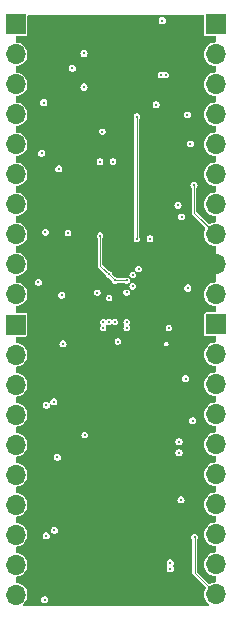
<source format=gbr>
%TF.GenerationSoftware,KiCad,Pcbnew,8.0.1*%
%TF.CreationDate,2024-10-17T14:11:07-05:00*%
%TF.ProjectId,sip-board,7369702d-626f-4617-9264-2e6b69636164,rev?*%
%TF.SameCoordinates,Original*%
%TF.FileFunction,Copper,L5,Inr*%
%TF.FilePolarity,Positive*%
%FSLAX46Y46*%
G04 Gerber Fmt 4.6, Leading zero omitted, Abs format (unit mm)*
G04 Created by KiCad (PCBNEW 8.0.1) date 2024-10-17 14:11:07*
%MOMM*%
%LPD*%
G01*
G04 APERTURE LIST*
%TA.AperFunction,CastellatedPad*%
%ADD10R,1.700000X1.700000*%
%TD*%
%TA.AperFunction,CastellatedPad*%
%ADD11O,1.700000X1.700000*%
%TD*%
%TA.AperFunction,ComponentPad*%
%ADD12R,1.700000X1.700000*%
%TD*%
%TA.AperFunction,ComponentPad*%
%ADD13O,1.700000X1.700000*%
%TD*%
%TA.AperFunction,ViaPad*%
%ADD14C,0.254000*%
%TD*%
%TA.AperFunction,ViaPad*%
%ADD15C,0.300000*%
%TD*%
%TA.AperFunction,Conductor*%
%ADD16C,0.100000*%
%TD*%
G04 APERTURE END LIST*
D10*
%TO.N,A1_5V*%
%TO.C,J5*%
X153970000Y-104800000D03*
D11*
%TO.N,A2_5V*%
X153970000Y-107340000D03*
%TO.N,A3_5V*%
X153970000Y-109880000D03*
%TO.N,A4_5V*%
X153970000Y-112420000D03*
%TO.N,A5_5V*%
X153970000Y-114960000D03*
%TO.N,A6_5V*%
X153970000Y-117500000D03*
%TO.N,A7_5V*%
X153970000Y-120040000D03*
%TO.N,A8_5V*%
X153970000Y-122580000D03*
%TO.N,A9_5V*%
X153970000Y-125120000D03*
%TO.N,A10_5V*%
X153970000Y-127660000D03*
%TD*%
D10*
%TO.N,+5V*%
%TO.C,J3*%
X137000000Y-104840000D03*
D11*
%TO.N,D2_5V*%
X137000000Y-107380000D03*
%TO.N,D7_5V*%
X137000000Y-109920000D03*
%TO.N,D0_5V*%
X137000000Y-112460000D03*
%TO.N,D1_5V*%
X137000000Y-115000000D03*
%TO.N,INT_5V*%
X137000000Y-117540000D03*
%TO.N,NMI_5V*%
X137000000Y-120080000D03*
%TO.N,HALT_5V*%
X137000000Y-122620000D03*
%TO.N,MREQ_5V*%
X137000000Y-125160000D03*
%TO.N,IORQ_5V*%
X137000000Y-127700000D03*
%TD*%
D10*
%TO.N,A11_5V*%
%TO.C,J2*%
X137000000Y-79405000D03*
D11*
%TO.N,A12_5V*%
X137000000Y-81945000D03*
%TO.N,A13_5V*%
X137000000Y-84485000D03*
%TO.N,A14_5V*%
X137000000Y-87025000D03*
%TO.N,A15_5V*%
X137000000Y-89565000D03*
%TO.N,CLK_5V*%
X137000000Y-92105000D03*
%TO.N,D4_5V*%
X137000000Y-94645000D03*
%TO.N,D3_5V*%
X137000000Y-97185000D03*
%TO.N,D5_5V*%
X137000000Y-99725000D03*
%TO.N,D6_5V*%
X137000000Y-102265000D03*
%TD*%
D12*
%TO.N,RD_5V*%
%TO.C,J4*%
X153940000Y-79400000D03*
D13*
%TO.N,WR_5V*%
X153940000Y-81940000D03*
%TO.N,BUSAK_5V*%
X153940000Y-84480000D03*
%TO.N,WAIT_5V*%
X153940000Y-87020000D03*
%TO.N,BUSRQ_5V*%
X153940000Y-89560000D03*
%TO.N,RESET_5V*%
X153940000Y-92100000D03*
%TO.N,M1_5V*%
X153940000Y-94640000D03*
%TO.N,RFSH_5V*%
X153940000Y-97180000D03*
%TO.N,GND*%
X153940000Y-99720000D03*
%TO.N,A0_5V*%
X153940000Y-102260000D03*
%TD*%
D14*
%TO.N,+1V0*%
X146400000Y-102110000D03*
X144920000Y-102590000D03*
X141440000Y-97080000D03*
%TO.N,GND*%
X150400000Y-106500000D03*
X150530000Y-95300000D03*
D15*
X148410000Y-104600000D03*
D14*
X146760000Y-114750000D03*
X141770000Y-101850000D03*
X147160000Y-98930000D03*
X149060000Y-105850000D03*
X142160000Y-98920000D03*
X149040000Y-103850000D03*
D15*
X148690000Y-87960000D03*
D14*
X149240000Y-114750000D03*
X141770000Y-104350000D03*
D15*
X137750000Y-88290000D03*
D14*
X144160000Y-106240000D03*
D15*
X147880000Y-82870000D03*
X148690000Y-89720000D03*
D14*
X149920000Y-111060000D03*
D15*
X152400000Y-83570000D03*
D14*
X144660000Y-98960000D03*
X139970000Y-106470000D03*
X140700000Y-85980000D03*
D15*
X137670000Y-90870000D03*
D14*
X141770000Y-105850000D03*
X146740000Y-94550000D03*
X145160000Y-106240000D03*
X144130000Y-114750000D03*
X143040000Y-94560000D03*
X149020000Y-99350000D03*
X149000000Y-101350000D03*
X146160000Y-106230000D03*
D15*
X151140000Y-86450000D03*
%TO.N,+5V*%
X139220000Y-90330000D03*
X138940000Y-101250000D03*
X150760000Y-94720000D03*
X142800000Y-84710000D03*
X142800000Y-81870000D03*
X150090000Y-125500000D03*
X139590000Y-122720000D03*
X150830000Y-114740000D03*
X139590000Y-111660000D03*
D14*
%TO.N,+1V8*%
X145420000Y-101090000D03*
X146420000Y-101090000D03*
X144160000Y-97300000D03*
X144910000Y-100580000D03*
%TO.N,TDO*%
X147270000Y-87210000D03*
X144420000Y-104600000D03*
X147270000Y-97580000D03*
%TO.N,MOSI*%
X149310000Y-83710000D03*
X145410000Y-104600000D03*
X146920000Y-100610000D03*
X149700000Y-83700000D03*
%TO.N,M2_CONFIG*%
X142860000Y-114180000D03*
X146410000Y-104600000D03*
%TO.N,DIN*%
X147410000Y-100100000D03*
%TO.N,DONE*%
X149980000Y-105100000D03*
X146420000Y-105100000D03*
%TO.N,CS*%
X144900000Y-104610000D03*
X151550000Y-87050000D03*
%TO.N,CCLK*%
X144150000Y-91030000D03*
D15*
%TO.N,RFSH_5V*%
X152110000Y-93040000D03*
%TO.N,A10_5V*%
X152160000Y-122810000D03*
%TO.N,A6_5V*%
X152000000Y-112970000D03*
D14*
%TO.N,+3V3*%
X143920000Y-102120000D03*
X146920000Y-101590000D03*
X145660000Y-106260000D03*
X144410000Y-105100000D03*
X148380000Y-97550000D03*
D15*
X141010000Y-106460000D03*
X139470000Y-128130000D03*
X149410000Y-79090000D03*
X140530000Y-116070000D03*
X140660000Y-91640000D03*
D14*
X145250000Y-91020000D03*
D15*
X140240000Y-111370000D03*
X148900000Y-86210000D03*
X141800000Y-83130000D03*
X151390000Y-109400000D03*
X151060000Y-95700000D03*
X151590000Y-101730000D03*
D14*
X144350000Y-88480000D03*
D15*
X150090000Y-125010000D03*
X151000000Y-119670000D03*
X139520000Y-96990000D03*
X140280000Y-122250000D03*
X140910000Y-102340000D03*
X151800000Y-89520000D03*
X150840000Y-115670000D03*
X139390000Y-86030000D03*
%TD*%
D16*
%TO.N,+1V8*%
X144160000Y-99830000D02*
X144160000Y-97300000D01*
X146420000Y-101090000D02*
X145420000Y-101090000D01*
X145420000Y-101090000D02*
X144910000Y-100580000D01*
X144910000Y-100580000D02*
X144160000Y-99830000D01*
%TO.N,TDO*%
X147270000Y-97580000D02*
X147270000Y-87210000D01*
%TO.N,RFSH_5V*%
X152110000Y-95350000D02*
X153940000Y-97180000D01*
X152110000Y-93040000D02*
X152110000Y-95350000D01*
%TO.N,A10_5V*%
X152160000Y-125850000D02*
X153970000Y-127660000D01*
X152160000Y-122810000D02*
X152160000Y-125850000D01*
%TD*%
%TA.AperFunction,Conductor*%
%TO.N,GND*%
G36*
X152917826Y-78641674D02*
G01*
X152939500Y-78694000D01*
X152939500Y-80264820D01*
X152948233Y-80308722D01*
X152981496Y-80358504D01*
X153031278Y-80391767D01*
X153075180Y-80400500D01*
X153075181Y-80400500D01*
X153926000Y-80400500D01*
X153978326Y-80422174D01*
X154000000Y-80474500D01*
X154000000Y-80861679D01*
X153978326Y-80914005D01*
X153933254Y-80935323D01*
X153743866Y-80953976D01*
X153555268Y-81011187D01*
X153381463Y-81104089D01*
X153229117Y-81229117D01*
X153104089Y-81381463D01*
X153011187Y-81555268D01*
X152953976Y-81743866D01*
X152934659Y-81940000D01*
X152953976Y-82136133D01*
X153011187Y-82324731D01*
X153098776Y-82488597D01*
X153104090Y-82498538D01*
X153229117Y-82650883D01*
X153381462Y-82775910D01*
X153458426Y-82817048D01*
X153555268Y-82868812D01*
X153555270Y-82868812D01*
X153555273Y-82868814D01*
X153743868Y-82926024D01*
X153933254Y-82944676D01*
X153983203Y-82971375D01*
X154000000Y-83018320D01*
X154000000Y-83401679D01*
X153978326Y-83454005D01*
X153933254Y-83475323D01*
X153743866Y-83493976D01*
X153555268Y-83551187D01*
X153381463Y-83644089D01*
X153229117Y-83769117D01*
X153104089Y-83921463D01*
X153011187Y-84095268D01*
X152953976Y-84283866D01*
X152934659Y-84480000D01*
X152953976Y-84676133D01*
X153011187Y-84864731D01*
X153089103Y-85010499D01*
X153104090Y-85038538D01*
X153229117Y-85190883D01*
X153381462Y-85315910D01*
X153458426Y-85357048D01*
X153555268Y-85408812D01*
X153555270Y-85408812D01*
X153555273Y-85408814D01*
X153743868Y-85466024D01*
X153933254Y-85484676D01*
X153983203Y-85511375D01*
X154000000Y-85558320D01*
X154000000Y-85941679D01*
X153978326Y-85994005D01*
X153933254Y-86015323D01*
X153743866Y-86033976D01*
X153555268Y-86091187D01*
X153381463Y-86184089D01*
X153229117Y-86309117D01*
X153104089Y-86461463D01*
X153011187Y-86635268D01*
X152953976Y-86823866D01*
X152934659Y-87020000D01*
X152953976Y-87216133D01*
X153011187Y-87404731D01*
X153098776Y-87568597D01*
X153104090Y-87578538D01*
X153229117Y-87730883D01*
X153381462Y-87855910D01*
X153458426Y-87897048D01*
X153555268Y-87948812D01*
X153555270Y-87948812D01*
X153555273Y-87948814D01*
X153743868Y-88006024D01*
X153933254Y-88024676D01*
X153983203Y-88051375D01*
X154000000Y-88098320D01*
X154000000Y-88481679D01*
X153978326Y-88534005D01*
X153933254Y-88555323D01*
X153743866Y-88573976D01*
X153555268Y-88631187D01*
X153381463Y-88724089D01*
X153229117Y-88849117D01*
X153104089Y-89001463D01*
X153011187Y-89175268D01*
X152953976Y-89363866D01*
X152934659Y-89560000D01*
X152953976Y-89756133D01*
X153011187Y-89944731D01*
X153098776Y-90108597D01*
X153104090Y-90118538D01*
X153229117Y-90270883D01*
X153381462Y-90395910D01*
X153458426Y-90437048D01*
X153555268Y-90488812D01*
X153555270Y-90488812D01*
X153555273Y-90488814D01*
X153743868Y-90546024D01*
X153933254Y-90564676D01*
X153983203Y-90591375D01*
X154000000Y-90638320D01*
X154000000Y-91021679D01*
X153978326Y-91074005D01*
X153933254Y-91095323D01*
X153743866Y-91113976D01*
X153555268Y-91171187D01*
X153381463Y-91264089D01*
X153229117Y-91389117D01*
X153104089Y-91541463D01*
X153011187Y-91715268D01*
X152953976Y-91903866D01*
X152934659Y-92100000D01*
X152953976Y-92296133D01*
X153011187Y-92484731D01*
X153098776Y-92648597D01*
X153104090Y-92658538D01*
X153229117Y-92810883D01*
X153381462Y-92935910D01*
X153458426Y-92977048D01*
X153555268Y-93028812D01*
X153555270Y-93028812D01*
X153555273Y-93028814D01*
X153743868Y-93086024D01*
X153933254Y-93104676D01*
X153983203Y-93131375D01*
X154000000Y-93178320D01*
X154000000Y-93561679D01*
X153978326Y-93614005D01*
X153933254Y-93635323D01*
X153743866Y-93653976D01*
X153555268Y-93711187D01*
X153381463Y-93804089D01*
X153229117Y-93929117D01*
X153104089Y-94081463D01*
X153011187Y-94255268D01*
X152953976Y-94443866D01*
X152934659Y-94640000D01*
X152953976Y-94836133D01*
X153011187Y-95024731D01*
X153098776Y-95188597D01*
X153104090Y-95198538D01*
X153229117Y-95350883D01*
X153381462Y-95475910D01*
X153458426Y-95517048D01*
X153555268Y-95568812D01*
X153555270Y-95568812D01*
X153555273Y-95568814D01*
X153743868Y-95626024D01*
X153933254Y-95644676D01*
X153983203Y-95671375D01*
X154000000Y-95718320D01*
X154000000Y-96101679D01*
X153978326Y-96154005D01*
X153933254Y-96175323D01*
X153743866Y-96193976D01*
X153555268Y-96251187D01*
X153433889Y-96316066D01*
X153377525Y-96321617D01*
X153346680Y-96303130D01*
X152332174Y-95288624D01*
X152310500Y-95236298D01*
X152310500Y-93298543D01*
X152332174Y-93246217D01*
X152336925Y-93241862D01*
X152343748Y-93236138D01*
X152396734Y-93144363D01*
X152415136Y-93040000D01*
X152396734Y-92935637D01*
X152343748Y-92843862D01*
X152343747Y-92843860D01*
X152262570Y-92775745D01*
X152262567Y-92775743D01*
X152162988Y-92739500D01*
X152162986Y-92739500D01*
X152057014Y-92739500D01*
X152057011Y-92739500D01*
X151957432Y-92775743D01*
X151957429Y-92775745D01*
X151876252Y-92843860D01*
X151823265Y-92935637D01*
X151804864Y-93040000D01*
X151823265Y-93144362D01*
X151842871Y-93178320D01*
X151876252Y-93236138D01*
X151883065Y-93241855D01*
X151909218Y-93292091D01*
X151909500Y-93298543D01*
X151909500Y-95389883D01*
X151940022Y-95463571D01*
X151940025Y-95463575D01*
X153063130Y-96586680D01*
X153084804Y-96639006D01*
X153076066Y-96673889D01*
X153011187Y-96795268D01*
X152953976Y-96983866D01*
X152934659Y-97180000D01*
X152953976Y-97376133D01*
X153011187Y-97564731D01*
X153070862Y-97676373D01*
X153104090Y-97738538D01*
X153229117Y-97890883D01*
X153381462Y-98015910D01*
X153458426Y-98057048D01*
X153555268Y-98108812D01*
X153555270Y-98108812D01*
X153555273Y-98108814D01*
X153743868Y-98166024D01*
X153933254Y-98184676D01*
X153983203Y-98211375D01*
X154000000Y-98258320D01*
X154000000Y-101181679D01*
X153978326Y-101234005D01*
X153933254Y-101255323D01*
X153743866Y-101273976D01*
X153555268Y-101331187D01*
X153381463Y-101424089D01*
X153229117Y-101549117D01*
X153104089Y-101701463D01*
X153011187Y-101875268D01*
X152953976Y-102063866D01*
X152934659Y-102260000D01*
X152953976Y-102456133D01*
X153011187Y-102644731D01*
X153078747Y-102771125D01*
X153104090Y-102818538D01*
X153229117Y-102970883D01*
X153381462Y-103095910D01*
X153458426Y-103137048D01*
X153555268Y-103188812D01*
X153555270Y-103188812D01*
X153555273Y-103188814D01*
X153743868Y-103246024D01*
X153933254Y-103264676D01*
X153983203Y-103291375D01*
X154000000Y-103338320D01*
X154000000Y-103725500D01*
X153978326Y-103777826D01*
X153926000Y-103799500D01*
X153105180Y-103799500D01*
X153083229Y-103803866D01*
X153061277Y-103808233D01*
X153011496Y-103841495D01*
X153011495Y-103841496D01*
X152978233Y-103891277D01*
X152978233Y-103891278D01*
X152969500Y-103935180D01*
X152969500Y-105664820D01*
X152978233Y-105708722D01*
X153011496Y-105758504D01*
X153061278Y-105791767D01*
X153105180Y-105800500D01*
X153105181Y-105800500D01*
X153926000Y-105800500D01*
X153978326Y-105822174D01*
X154000000Y-105874500D01*
X154000000Y-106264634D01*
X153978326Y-106316960D01*
X153933254Y-106338278D01*
X153773866Y-106353976D01*
X153585268Y-106411187D01*
X153411463Y-106504089D01*
X153259117Y-106629117D01*
X153134089Y-106781463D01*
X153041187Y-106955268D01*
X152983976Y-107143866D01*
X152964659Y-107340000D01*
X152983976Y-107536133D01*
X153041187Y-107724731D01*
X153128776Y-107888597D01*
X153134090Y-107898538D01*
X153259117Y-108050883D01*
X153411462Y-108175910D01*
X153486297Y-108215910D01*
X153585268Y-108268812D01*
X153585270Y-108268812D01*
X153585273Y-108268814D01*
X153773868Y-108326024D01*
X153933254Y-108341721D01*
X153983203Y-108368420D01*
X154000000Y-108415365D01*
X154000000Y-108804634D01*
X153978326Y-108856960D01*
X153933254Y-108878278D01*
X153773866Y-108893976D01*
X153585268Y-108951187D01*
X153411463Y-109044089D01*
X153259117Y-109169117D01*
X153134089Y-109321463D01*
X153041187Y-109495268D01*
X152983976Y-109683866D01*
X152964659Y-109880000D01*
X152983976Y-110076133D01*
X153041187Y-110264731D01*
X153128776Y-110428597D01*
X153134090Y-110438538D01*
X153259117Y-110590883D01*
X153411462Y-110715910D01*
X153486297Y-110755910D01*
X153585268Y-110808812D01*
X153585270Y-110808812D01*
X153585273Y-110808814D01*
X153773868Y-110866024D01*
X153933254Y-110881721D01*
X153983203Y-110908420D01*
X154000000Y-110955365D01*
X154000000Y-111344634D01*
X153978326Y-111396960D01*
X153933254Y-111418278D01*
X153773866Y-111433976D01*
X153585268Y-111491187D01*
X153411463Y-111584089D01*
X153259117Y-111709117D01*
X153134089Y-111861463D01*
X153041187Y-112035268D01*
X152983976Y-112223866D01*
X152964659Y-112420000D01*
X152983976Y-112616133D01*
X153041187Y-112804731D01*
X153128776Y-112968597D01*
X153134090Y-112978538D01*
X153259117Y-113130883D01*
X153411462Y-113255910D01*
X153486297Y-113295910D01*
X153585268Y-113348812D01*
X153585270Y-113348812D01*
X153585273Y-113348814D01*
X153773868Y-113406024D01*
X153933254Y-113421721D01*
X153983203Y-113448420D01*
X154000000Y-113495365D01*
X154000000Y-113884634D01*
X153978326Y-113936960D01*
X153933254Y-113958278D01*
X153773866Y-113973976D01*
X153585268Y-114031187D01*
X153411463Y-114124089D01*
X153259117Y-114249117D01*
X153134089Y-114401463D01*
X153041187Y-114575268D01*
X152983976Y-114763866D01*
X152964659Y-114960000D01*
X152983976Y-115156133D01*
X153041187Y-115344731D01*
X153110209Y-115473860D01*
X153134090Y-115518538D01*
X153259117Y-115670883D01*
X153411462Y-115795910D01*
X153486297Y-115835910D01*
X153585268Y-115888812D01*
X153585270Y-115888812D01*
X153585273Y-115888814D01*
X153773868Y-115946024D01*
X153933254Y-115961721D01*
X153983203Y-115988420D01*
X154000000Y-116035365D01*
X154000000Y-116424634D01*
X153978326Y-116476960D01*
X153933254Y-116498278D01*
X153773866Y-116513976D01*
X153585268Y-116571187D01*
X153411463Y-116664089D01*
X153259117Y-116789117D01*
X153134089Y-116941463D01*
X153041187Y-117115268D01*
X152983976Y-117303866D01*
X152964659Y-117500000D01*
X152983976Y-117696133D01*
X153041187Y-117884731D01*
X153128776Y-118048597D01*
X153134090Y-118058538D01*
X153259117Y-118210883D01*
X153411462Y-118335910D01*
X153486297Y-118375910D01*
X153585268Y-118428812D01*
X153585270Y-118428812D01*
X153585273Y-118428814D01*
X153773868Y-118486024D01*
X153933254Y-118501721D01*
X153983203Y-118528420D01*
X154000000Y-118575365D01*
X154000000Y-118964634D01*
X153978326Y-119016960D01*
X153933254Y-119038278D01*
X153773866Y-119053976D01*
X153585268Y-119111187D01*
X153411463Y-119204089D01*
X153259117Y-119329117D01*
X153134089Y-119481463D01*
X153041187Y-119655268D01*
X152983976Y-119843866D01*
X152964659Y-120040000D01*
X152983976Y-120236133D01*
X153041187Y-120424731D01*
X153128776Y-120588597D01*
X153134090Y-120598538D01*
X153259117Y-120750883D01*
X153411462Y-120875910D01*
X153486297Y-120915910D01*
X153585268Y-120968812D01*
X153585270Y-120968812D01*
X153585273Y-120968814D01*
X153773868Y-121026024D01*
X153933254Y-121041721D01*
X153983203Y-121068420D01*
X154000000Y-121115365D01*
X154000000Y-121504634D01*
X153978326Y-121556960D01*
X153933254Y-121578278D01*
X153773866Y-121593976D01*
X153585268Y-121651187D01*
X153411463Y-121744089D01*
X153259117Y-121869117D01*
X153134089Y-122021463D01*
X153041187Y-122195268D01*
X152983976Y-122383866D01*
X152964659Y-122580000D01*
X152983976Y-122776133D01*
X153041187Y-122964731D01*
X153128776Y-123128597D01*
X153134090Y-123138538D01*
X153259117Y-123290883D01*
X153411462Y-123415910D01*
X153486297Y-123455910D01*
X153585268Y-123508812D01*
X153585270Y-123508812D01*
X153585273Y-123508814D01*
X153773868Y-123566024D01*
X153933254Y-123581721D01*
X153983203Y-123608420D01*
X154000000Y-123655365D01*
X154000000Y-124044634D01*
X153978326Y-124096960D01*
X153933254Y-124118278D01*
X153773866Y-124133976D01*
X153585268Y-124191187D01*
X153411463Y-124284089D01*
X153259117Y-124409117D01*
X153134089Y-124561463D01*
X153041187Y-124735268D01*
X152983976Y-124923866D01*
X152964659Y-125120000D01*
X152983976Y-125316133D01*
X153041187Y-125504731D01*
X153128776Y-125668597D01*
X153134090Y-125678538D01*
X153259117Y-125830883D01*
X153411462Y-125955910D01*
X153486297Y-125995910D01*
X153585268Y-126048812D01*
X153585270Y-126048812D01*
X153585273Y-126048814D01*
X153773868Y-126106024D01*
X153933254Y-126121721D01*
X153983203Y-126148420D01*
X154000000Y-126195365D01*
X154000000Y-126584634D01*
X153978326Y-126636960D01*
X153933254Y-126658278D01*
X153773866Y-126673976D01*
X153585268Y-126731187D01*
X153463889Y-126796066D01*
X153407525Y-126801617D01*
X153376680Y-126783130D01*
X152382174Y-125788624D01*
X152360500Y-125736298D01*
X152360500Y-123068543D01*
X152382174Y-123016217D01*
X152386925Y-123011862D01*
X152393748Y-123006138D01*
X152446734Y-122914363D01*
X152465136Y-122810000D01*
X152446734Y-122705637D01*
X152393748Y-122613862D01*
X152393747Y-122613860D01*
X152312570Y-122545745D01*
X152312567Y-122545743D01*
X152212988Y-122509500D01*
X152212986Y-122509500D01*
X152107014Y-122509500D01*
X152107011Y-122509500D01*
X152007432Y-122545743D01*
X152007429Y-122545745D01*
X151926252Y-122613860D01*
X151873265Y-122705637D01*
X151854864Y-122810000D01*
X151873265Y-122914362D01*
X151874291Y-122916139D01*
X151926252Y-123006138D01*
X151933065Y-123011855D01*
X151959218Y-123062091D01*
X151959500Y-123068543D01*
X151959500Y-125889883D01*
X151990022Y-125963571D01*
X151990025Y-125963575D01*
X153093130Y-127066680D01*
X153114804Y-127119006D01*
X153106066Y-127153889D01*
X153041187Y-127275268D01*
X152983976Y-127463866D01*
X152964659Y-127660000D01*
X152983976Y-127856133D01*
X153041187Y-128044731D01*
X153086765Y-128130000D01*
X153134090Y-128218538D01*
X153259117Y-128370883D01*
X153402795Y-128488797D01*
X153429494Y-128538747D01*
X153413053Y-128592945D01*
X153363103Y-128619644D01*
X153355850Y-128620000D01*
X137662890Y-128620000D01*
X137610564Y-128598326D01*
X137588890Y-128546000D01*
X137610564Y-128493674D01*
X137615944Y-128488798D01*
X137623724Y-128482412D01*
X137710883Y-128410883D01*
X137835910Y-128258538D01*
X137904615Y-128130000D01*
X139164864Y-128130000D01*
X139183265Y-128234362D01*
X139236252Y-128326139D01*
X139317429Y-128394254D01*
X139317432Y-128394256D01*
X139417011Y-128430499D01*
X139417012Y-128430500D01*
X139417014Y-128430500D01*
X139522988Y-128430500D01*
X139522988Y-128430499D01*
X139622568Y-128394256D01*
X139703748Y-128326138D01*
X139756734Y-128234363D01*
X139775136Y-128130000D01*
X139756734Y-128025637D01*
X139703748Y-127933862D01*
X139703747Y-127933860D01*
X139622570Y-127865745D01*
X139622567Y-127865743D01*
X139522988Y-127829500D01*
X139522986Y-127829500D01*
X139417014Y-127829500D01*
X139417011Y-127829500D01*
X139317432Y-127865743D01*
X139317429Y-127865745D01*
X139236252Y-127933860D01*
X139183265Y-128025637D01*
X139164864Y-128130000D01*
X137904615Y-128130000D01*
X137928814Y-128084727D01*
X137986024Y-127896132D01*
X138005341Y-127700000D01*
X137986024Y-127503868D01*
X137928814Y-127315273D01*
X137928812Y-127315270D01*
X137928812Y-127315268D01*
X137842552Y-127153889D01*
X137835910Y-127141462D01*
X137710883Y-126989117D01*
X137558538Y-126864090D01*
X137548597Y-126858776D01*
X137384731Y-126771187D01*
X137196133Y-126713976D01*
X137132513Y-126707710D01*
X137066746Y-126701232D01*
X137016797Y-126674534D01*
X137000000Y-126627589D01*
X137000000Y-126232410D01*
X137021674Y-126180084D01*
X137066744Y-126158767D01*
X137196132Y-126146024D01*
X137384727Y-126088814D01*
X137558538Y-125995910D01*
X137710883Y-125870883D01*
X137835910Y-125718538D01*
X137928814Y-125544727D01*
X137942382Y-125500000D01*
X149784864Y-125500000D01*
X149803265Y-125604362D01*
X149856252Y-125696139D01*
X149937429Y-125764254D01*
X149937432Y-125764256D01*
X150037011Y-125800499D01*
X150037012Y-125800500D01*
X150037014Y-125800500D01*
X150142988Y-125800500D01*
X150142988Y-125800499D01*
X150242568Y-125764256D01*
X150323748Y-125696138D01*
X150376734Y-125604363D01*
X150395136Y-125500000D01*
X150376734Y-125395637D01*
X150323748Y-125303862D01*
X150322663Y-125302569D01*
X150322255Y-125301276D01*
X150320511Y-125298255D01*
X150321180Y-125297868D01*
X150305629Y-125248553D01*
X150320805Y-125211915D01*
X150320511Y-125211745D01*
X150321802Y-125209507D01*
X150322663Y-125207431D01*
X150323745Y-125206140D01*
X150323748Y-125206138D01*
X150376734Y-125114363D01*
X150395136Y-125010000D01*
X150376734Y-124905637D01*
X150323748Y-124813862D01*
X150323747Y-124813860D01*
X150242570Y-124745745D01*
X150242567Y-124745743D01*
X150142988Y-124709500D01*
X150142986Y-124709500D01*
X150037014Y-124709500D01*
X150037011Y-124709500D01*
X149937432Y-124745743D01*
X149937429Y-124745745D01*
X149856252Y-124813860D01*
X149803265Y-124905637D01*
X149784864Y-125010000D01*
X149803265Y-125114362D01*
X149856253Y-125206140D01*
X149857341Y-125207437D01*
X149857748Y-125208731D01*
X149859489Y-125211745D01*
X149858820Y-125212130D01*
X149874369Y-125261453D01*
X149859195Y-125298085D01*
X149859489Y-125298255D01*
X149858202Y-125300483D01*
X149857341Y-125302563D01*
X149856253Y-125303859D01*
X149803265Y-125395637D01*
X149784864Y-125500000D01*
X137942382Y-125500000D01*
X137986024Y-125356132D01*
X138005341Y-125160000D01*
X137986024Y-124963868D01*
X137928814Y-124775273D01*
X137928812Y-124775270D01*
X137928812Y-124775268D01*
X137877048Y-124678426D01*
X137835910Y-124601462D01*
X137710883Y-124449117D01*
X137558538Y-124324090D01*
X137548597Y-124318776D01*
X137384731Y-124231187D01*
X137196133Y-124173976D01*
X137132513Y-124167710D01*
X137066746Y-124161232D01*
X137016797Y-124134534D01*
X137000000Y-124087589D01*
X137000000Y-123692410D01*
X137021674Y-123640084D01*
X137066744Y-123618767D01*
X137196132Y-123606024D01*
X137384727Y-123548814D01*
X137558538Y-123455910D01*
X137710883Y-123330883D01*
X137835910Y-123178538D01*
X137920384Y-123020499D01*
X137928812Y-123004731D01*
X137928812Y-123004730D01*
X137928814Y-123004727D01*
X137986024Y-122816132D01*
X137995492Y-122720000D01*
X139284864Y-122720000D01*
X139303265Y-122824362D01*
X139356252Y-122916139D01*
X139437429Y-122984254D01*
X139437432Y-122984256D01*
X139537011Y-123020499D01*
X139537012Y-123020500D01*
X139537014Y-123020500D01*
X139642988Y-123020500D01*
X139642988Y-123020499D01*
X139742568Y-122984256D01*
X139823748Y-122916138D01*
X139876734Y-122824363D01*
X139895136Y-122720000D01*
X139876734Y-122615637D01*
X139823748Y-122523862D01*
X139823747Y-122523860D01*
X139742570Y-122455745D01*
X139742567Y-122455743D01*
X139642988Y-122419500D01*
X139642986Y-122419500D01*
X139537014Y-122419500D01*
X139537011Y-122419500D01*
X139437432Y-122455743D01*
X139437429Y-122455745D01*
X139356252Y-122523860D01*
X139303265Y-122615637D01*
X139284864Y-122720000D01*
X137995492Y-122720000D01*
X138005341Y-122620000D01*
X137986024Y-122423868D01*
X137933281Y-122250000D01*
X139974864Y-122250000D01*
X139993265Y-122354362D01*
X140046252Y-122446139D01*
X140127429Y-122514254D01*
X140127432Y-122514256D01*
X140227011Y-122550499D01*
X140227012Y-122550500D01*
X140227014Y-122550500D01*
X140332988Y-122550500D01*
X140332988Y-122550499D01*
X140432568Y-122514256D01*
X140513748Y-122446138D01*
X140566734Y-122354363D01*
X140585136Y-122250000D01*
X140566734Y-122145637D01*
X140513747Y-122053860D01*
X140432570Y-121985745D01*
X140432567Y-121985743D01*
X140332988Y-121949500D01*
X140332986Y-121949500D01*
X140227014Y-121949500D01*
X140227011Y-121949500D01*
X140127432Y-121985743D01*
X140127429Y-121985745D01*
X140046252Y-122053860D01*
X139993265Y-122145637D01*
X139974864Y-122250000D01*
X137933281Y-122250000D01*
X137928814Y-122235273D01*
X137928812Y-122235270D01*
X137928812Y-122235268D01*
X137877048Y-122138426D01*
X137835910Y-122061462D01*
X137710883Y-121909117D01*
X137558538Y-121784090D01*
X137548597Y-121778776D01*
X137384731Y-121691187D01*
X137196133Y-121633976D01*
X137132513Y-121627710D01*
X137066746Y-121621232D01*
X137016797Y-121594534D01*
X137000000Y-121547589D01*
X137000000Y-121152410D01*
X137021674Y-121100084D01*
X137066744Y-121078767D01*
X137196132Y-121066024D01*
X137384727Y-121008814D01*
X137558538Y-120915910D01*
X137710883Y-120790883D01*
X137835910Y-120638538D01*
X137928814Y-120464727D01*
X137986024Y-120276132D01*
X138005341Y-120080000D01*
X137986024Y-119883868D01*
X137928814Y-119695273D01*
X137928812Y-119695270D01*
X137928812Y-119695268D01*
X137915306Y-119670000D01*
X150694864Y-119670000D01*
X150713265Y-119774362D01*
X150766252Y-119866139D01*
X150847429Y-119934254D01*
X150847432Y-119934256D01*
X150947011Y-119970499D01*
X150947012Y-119970500D01*
X150947014Y-119970500D01*
X151052988Y-119970500D01*
X151052988Y-119970499D01*
X151152568Y-119934256D01*
X151233748Y-119866138D01*
X151286734Y-119774363D01*
X151305136Y-119670000D01*
X151286734Y-119565637D01*
X151261230Y-119521462D01*
X151233747Y-119473860D01*
X151152570Y-119405745D01*
X151152567Y-119405743D01*
X151052988Y-119369500D01*
X151052986Y-119369500D01*
X150947014Y-119369500D01*
X150947011Y-119369500D01*
X150847432Y-119405743D01*
X150847429Y-119405745D01*
X150766252Y-119473860D01*
X150713265Y-119565637D01*
X150694864Y-119670000D01*
X137915306Y-119670000D01*
X137859522Y-119565637D01*
X137835910Y-119521462D01*
X137710883Y-119369117D01*
X137558538Y-119244090D01*
X137548597Y-119238776D01*
X137384731Y-119151187D01*
X137196133Y-119093976D01*
X137132513Y-119087710D01*
X137066746Y-119081232D01*
X137016797Y-119054534D01*
X137000000Y-119007589D01*
X137000000Y-118612410D01*
X137021674Y-118560084D01*
X137066744Y-118538767D01*
X137196132Y-118526024D01*
X137384727Y-118468814D01*
X137558538Y-118375910D01*
X137710883Y-118250883D01*
X137835910Y-118098538D01*
X137928814Y-117924727D01*
X137986024Y-117736132D01*
X138005341Y-117540000D01*
X137986024Y-117343868D01*
X137928814Y-117155273D01*
X137928812Y-117155270D01*
X137928812Y-117155268D01*
X137877048Y-117058426D01*
X137835910Y-116981462D01*
X137710883Y-116829117D01*
X137558538Y-116704090D01*
X137548597Y-116698776D01*
X137384731Y-116611187D01*
X137196133Y-116553976D01*
X137132513Y-116547710D01*
X137066746Y-116541232D01*
X137016797Y-116514534D01*
X137000000Y-116467589D01*
X137000000Y-116072410D01*
X137000998Y-116070000D01*
X140224864Y-116070000D01*
X140243265Y-116174362D01*
X140296252Y-116266139D01*
X140377429Y-116334254D01*
X140377432Y-116334256D01*
X140477011Y-116370499D01*
X140477012Y-116370500D01*
X140477014Y-116370500D01*
X140582988Y-116370500D01*
X140582988Y-116370499D01*
X140682568Y-116334256D01*
X140763748Y-116266138D01*
X140816734Y-116174363D01*
X140835136Y-116070000D01*
X140816734Y-115965637D01*
X140814473Y-115961721D01*
X140763747Y-115873860D01*
X140682570Y-115805745D01*
X140682567Y-115805743D01*
X140582988Y-115769500D01*
X140582986Y-115769500D01*
X140477014Y-115769500D01*
X140477011Y-115769500D01*
X140377432Y-115805743D01*
X140377429Y-115805745D01*
X140296252Y-115873860D01*
X140243265Y-115965637D01*
X140224864Y-116070000D01*
X137000998Y-116070000D01*
X137021674Y-116020084D01*
X137066744Y-115998767D01*
X137196132Y-115986024D01*
X137384727Y-115928814D01*
X137558538Y-115835910D01*
X137710883Y-115710883D01*
X137744435Y-115670000D01*
X150534864Y-115670000D01*
X150553265Y-115774362D01*
X150606252Y-115866139D01*
X150687429Y-115934254D01*
X150687432Y-115934256D01*
X150787011Y-115970499D01*
X150787012Y-115970500D01*
X150787014Y-115970500D01*
X150892988Y-115970500D01*
X150892988Y-115970499D01*
X150992568Y-115934256D01*
X151073748Y-115866138D01*
X151126734Y-115774363D01*
X151145136Y-115670000D01*
X151126734Y-115565637D01*
X151073748Y-115473862D01*
X151073747Y-115473860D01*
X150992570Y-115405745D01*
X150992567Y-115405743D01*
X150892988Y-115369500D01*
X150892986Y-115369500D01*
X150787014Y-115369500D01*
X150787011Y-115369500D01*
X150687432Y-115405743D01*
X150687429Y-115405745D01*
X150606252Y-115473860D01*
X150553265Y-115565637D01*
X150534864Y-115670000D01*
X137744435Y-115670000D01*
X137835910Y-115558538D01*
X137928814Y-115384727D01*
X137986024Y-115196132D01*
X138005341Y-115000000D01*
X137986024Y-114803868D01*
X137966650Y-114740000D01*
X150524864Y-114740000D01*
X150543265Y-114844362D01*
X150596252Y-114936139D01*
X150677429Y-115004254D01*
X150677432Y-115004256D01*
X150777011Y-115040499D01*
X150777012Y-115040500D01*
X150777014Y-115040500D01*
X150882988Y-115040500D01*
X150882988Y-115040499D01*
X150982568Y-115004256D01*
X151063748Y-114936138D01*
X151116734Y-114844363D01*
X151135136Y-114740000D01*
X151116734Y-114635637D01*
X151063748Y-114543862D01*
X151063747Y-114543860D01*
X150982570Y-114475745D01*
X150982567Y-114475743D01*
X150882988Y-114439500D01*
X150882986Y-114439500D01*
X150777014Y-114439500D01*
X150777011Y-114439500D01*
X150677432Y-114475743D01*
X150677429Y-114475745D01*
X150596252Y-114543860D01*
X150543265Y-114635637D01*
X150524864Y-114740000D01*
X137966650Y-114740000D01*
X137928814Y-114615273D01*
X137928812Y-114615270D01*
X137928812Y-114615268D01*
X137877048Y-114518426D01*
X137835910Y-114441462D01*
X137710883Y-114289117D01*
X137577924Y-114180000D01*
X142578219Y-114180000D01*
X142595211Y-114276373D01*
X142595211Y-114276374D01*
X142595212Y-114276375D01*
X142644143Y-114361125D01*
X142719109Y-114424030D01*
X142811067Y-114457499D01*
X142811067Y-114457500D01*
X142811069Y-114457500D01*
X142908933Y-114457500D01*
X142908932Y-114457499D01*
X143000891Y-114424030D01*
X143075857Y-114361125D01*
X143124788Y-114276375D01*
X143141781Y-114180000D01*
X143124788Y-114083625D01*
X143075857Y-113998875D01*
X143000891Y-113935970D01*
X143000890Y-113935969D01*
X142908932Y-113902500D01*
X142908931Y-113902500D01*
X142811069Y-113902500D01*
X142811067Y-113902500D01*
X142719109Y-113935970D01*
X142719107Y-113935971D01*
X142644143Y-113998873D01*
X142595211Y-114083626D01*
X142578219Y-114180000D01*
X137577924Y-114180000D01*
X137558538Y-114164090D01*
X137548597Y-114158776D01*
X137384731Y-114071187D01*
X137196133Y-114013976D01*
X137132513Y-114007710D01*
X137066746Y-114001232D01*
X137016797Y-113974534D01*
X137000000Y-113927589D01*
X137000000Y-113532410D01*
X137021674Y-113480084D01*
X137066744Y-113458767D01*
X137196132Y-113446024D01*
X137384727Y-113388814D01*
X137558538Y-113295910D01*
X137710883Y-113170883D01*
X137835910Y-113018538D01*
X137861854Y-112970000D01*
X151694864Y-112970000D01*
X151713265Y-113074362D01*
X151766252Y-113166139D01*
X151847429Y-113234254D01*
X151847432Y-113234256D01*
X151947011Y-113270499D01*
X151947012Y-113270500D01*
X151947014Y-113270500D01*
X152052988Y-113270500D01*
X152052988Y-113270499D01*
X152152568Y-113234256D01*
X152233748Y-113166138D01*
X152286734Y-113074363D01*
X152305136Y-112970000D01*
X152286734Y-112865637D01*
X152233748Y-112773862D01*
X152233747Y-112773860D01*
X152152570Y-112705745D01*
X152152567Y-112705743D01*
X152052988Y-112669500D01*
X152052986Y-112669500D01*
X151947014Y-112669500D01*
X151947011Y-112669500D01*
X151847432Y-112705743D01*
X151847429Y-112705745D01*
X151766252Y-112773860D01*
X151713265Y-112865637D01*
X151694864Y-112970000D01*
X137861854Y-112970000D01*
X137928814Y-112844727D01*
X137986024Y-112656132D01*
X138005341Y-112460000D01*
X137986024Y-112263868D01*
X137928814Y-112075273D01*
X137928812Y-112075270D01*
X137928812Y-112075268D01*
X137867466Y-111960499D01*
X137835910Y-111901462D01*
X137710883Y-111749117D01*
X137602294Y-111660000D01*
X139284864Y-111660000D01*
X139303265Y-111764362D01*
X139356252Y-111856139D01*
X139437429Y-111924254D01*
X139437432Y-111924256D01*
X139537011Y-111960499D01*
X139537012Y-111960500D01*
X139537014Y-111960500D01*
X139642988Y-111960500D01*
X139642988Y-111960499D01*
X139742568Y-111924256D01*
X139823748Y-111856138D01*
X139876734Y-111764363D01*
X139895136Y-111660000D01*
X139891721Y-111640635D01*
X139903979Y-111585342D01*
X139951746Y-111554910D01*
X140007041Y-111567168D01*
X140012163Y-111571099D01*
X140087429Y-111634254D01*
X140087432Y-111634256D01*
X140187011Y-111670499D01*
X140187012Y-111670500D01*
X140187014Y-111670500D01*
X140292988Y-111670500D01*
X140292988Y-111670499D01*
X140392568Y-111634256D01*
X140467836Y-111571099D01*
X140473747Y-111566139D01*
X140473748Y-111566138D01*
X140526734Y-111474363D01*
X140545136Y-111370000D01*
X140526734Y-111265637D01*
X140473748Y-111173862D01*
X140473747Y-111173860D01*
X140392570Y-111105745D01*
X140392567Y-111105743D01*
X140292988Y-111069500D01*
X140292986Y-111069500D01*
X140187014Y-111069500D01*
X140187011Y-111069500D01*
X140087432Y-111105743D01*
X140087429Y-111105745D01*
X140006252Y-111173860D01*
X139953265Y-111265637D01*
X139934864Y-111370000D01*
X139938278Y-111389364D01*
X139926018Y-111444659D01*
X139878251Y-111475089D01*
X139822956Y-111462829D01*
X139817836Y-111458900D01*
X139742570Y-111395745D01*
X139742567Y-111395743D01*
X139642988Y-111359500D01*
X139642986Y-111359500D01*
X139537014Y-111359500D01*
X139537011Y-111359500D01*
X139437432Y-111395743D01*
X139437429Y-111395745D01*
X139356252Y-111463860D01*
X139303265Y-111555637D01*
X139284864Y-111660000D01*
X137602294Y-111660000D01*
X137558538Y-111624090D01*
X137486046Y-111585342D01*
X137384731Y-111531187D01*
X137196133Y-111473976D01*
X137093441Y-111463862D01*
X137066746Y-111461232D01*
X137016797Y-111434534D01*
X137000000Y-111387589D01*
X137000000Y-110992410D01*
X137021674Y-110940084D01*
X137066744Y-110918767D01*
X137196132Y-110906024D01*
X137384727Y-110848814D01*
X137558538Y-110755910D01*
X137710883Y-110630883D01*
X137835910Y-110478538D01*
X137928814Y-110304727D01*
X137986024Y-110116132D01*
X138005341Y-109920000D01*
X137986024Y-109723868D01*
X137928814Y-109535273D01*
X137928812Y-109535270D01*
X137928812Y-109535268D01*
X137856509Y-109400000D01*
X151084864Y-109400000D01*
X151103265Y-109504362D01*
X151156252Y-109596139D01*
X151237429Y-109664254D01*
X151237432Y-109664256D01*
X151337011Y-109700499D01*
X151337012Y-109700500D01*
X151337014Y-109700500D01*
X151442988Y-109700500D01*
X151442988Y-109700499D01*
X151542568Y-109664256D01*
X151623748Y-109596138D01*
X151676734Y-109504363D01*
X151695136Y-109400000D01*
X151676734Y-109295637D01*
X151623748Y-109203862D01*
X151623747Y-109203860D01*
X151542570Y-109135745D01*
X151542567Y-109135743D01*
X151442988Y-109099500D01*
X151442986Y-109099500D01*
X151337014Y-109099500D01*
X151337011Y-109099500D01*
X151237432Y-109135743D01*
X151237429Y-109135745D01*
X151156252Y-109203860D01*
X151103265Y-109295637D01*
X151084864Y-109400000D01*
X137856509Y-109400000D01*
X137835910Y-109361462D01*
X137710883Y-109209117D01*
X137558538Y-109084090D01*
X137548597Y-109078776D01*
X137384731Y-108991187D01*
X137196133Y-108933976D01*
X137132513Y-108927710D01*
X137066746Y-108921232D01*
X137016797Y-108894534D01*
X137000000Y-108847589D01*
X137000000Y-108452410D01*
X137021674Y-108400084D01*
X137066744Y-108378767D01*
X137196132Y-108366024D01*
X137384727Y-108308814D01*
X137558538Y-108215910D01*
X137710883Y-108090883D01*
X137835910Y-107938538D01*
X137928814Y-107764727D01*
X137986024Y-107576132D01*
X138005341Y-107380000D01*
X137986024Y-107183868D01*
X137928814Y-106995273D01*
X137928812Y-106995270D01*
X137928812Y-106995268D01*
X137877048Y-106898426D01*
X137835910Y-106821462D01*
X137710883Y-106669117D01*
X137558538Y-106544090D01*
X137546207Y-106537499D01*
X137401219Y-106460000D01*
X140704864Y-106460000D01*
X140723265Y-106564362D01*
X140776252Y-106656139D01*
X140857429Y-106724254D01*
X140857432Y-106724256D01*
X140957011Y-106760499D01*
X140957012Y-106760500D01*
X140957014Y-106760500D01*
X141062988Y-106760500D01*
X141062988Y-106760499D01*
X141162568Y-106724256D01*
X141243748Y-106656138D01*
X141296734Y-106564363D01*
X141315136Y-106460000D01*
X141296734Y-106355637D01*
X141243748Y-106263862D01*
X141243747Y-106263860D01*
X141239147Y-106260000D01*
X145378219Y-106260000D01*
X145395211Y-106356373D01*
X145426857Y-106411186D01*
X145444143Y-106441125D01*
X145519109Y-106504030D01*
X145611067Y-106537499D01*
X145611067Y-106537500D01*
X145611069Y-106537500D01*
X145708933Y-106537500D01*
X145708932Y-106537499D01*
X145800891Y-106504030D01*
X145841446Y-106470000D01*
X149554344Y-106470000D01*
X149574710Y-106559231D01*
X149631776Y-106630788D01*
X149714237Y-106670500D01*
X149714238Y-106670500D01*
X149805762Y-106670500D01*
X149805763Y-106670500D01*
X149888224Y-106630788D01*
X149945290Y-106559231D01*
X149965656Y-106470000D01*
X149945290Y-106380769D01*
X149888224Y-106309212D01*
X149805763Y-106269500D01*
X149714237Y-106269500D01*
X149673006Y-106289356D01*
X149631775Y-106309212D01*
X149574711Y-106380767D01*
X149574710Y-106380768D01*
X149574710Y-106380769D01*
X149554344Y-106470000D01*
X145841446Y-106470000D01*
X145875857Y-106441125D01*
X145924788Y-106356375D01*
X145941781Y-106260000D01*
X145924788Y-106163625D01*
X145875857Y-106078875D01*
X145800891Y-106015970D01*
X145800890Y-106015969D01*
X145708932Y-105982500D01*
X145708931Y-105982500D01*
X145611069Y-105982500D01*
X145611067Y-105982500D01*
X145519109Y-106015970D01*
X145519107Y-106015971D01*
X145444143Y-106078873D01*
X145395211Y-106163626D01*
X145378219Y-106260000D01*
X141239147Y-106260000D01*
X141162570Y-106195745D01*
X141162567Y-106195743D01*
X141062988Y-106159500D01*
X141062986Y-106159500D01*
X140957014Y-106159500D01*
X140957011Y-106159500D01*
X140857432Y-106195743D01*
X140857429Y-106195745D01*
X140776252Y-106263860D01*
X140723265Y-106355637D01*
X140704864Y-106460000D01*
X137401219Y-106460000D01*
X137384731Y-106451187D01*
X137196133Y-106393976D01*
X137132513Y-106387710D01*
X137066746Y-106381232D01*
X137016797Y-106354534D01*
X137000000Y-106307589D01*
X137000000Y-105914500D01*
X137021674Y-105862174D01*
X137074000Y-105840500D01*
X137864819Y-105840500D01*
X137864820Y-105840500D01*
X137908722Y-105831767D01*
X137958504Y-105798504D01*
X137991767Y-105748722D01*
X138000500Y-105704820D01*
X138000500Y-105100000D01*
X144128219Y-105100000D01*
X144145211Y-105196373D01*
X144145211Y-105196374D01*
X144145212Y-105196375D01*
X144194143Y-105281125D01*
X144269109Y-105344030D01*
X144361067Y-105377499D01*
X144361067Y-105377500D01*
X144361069Y-105377500D01*
X144458933Y-105377500D01*
X144458932Y-105377499D01*
X144550891Y-105344030D01*
X144625857Y-105281125D01*
X144674788Y-105196375D01*
X144691781Y-105100000D01*
X144674788Y-105003625D01*
X144637859Y-104939664D01*
X144630467Y-104883513D01*
X144664946Y-104838579D01*
X144721098Y-104831186D01*
X144749512Y-104845978D01*
X144759106Y-104854028D01*
X144759109Y-104854030D01*
X144851067Y-104887499D01*
X144851067Y-104887500D01*
X144851069Y-104887500D01*
X144948933Y-104887500D01*
X144948932Y-104887499D01*
X145040891Y-104854030D01*
X145113391Y-104793193D01*
X145167406Y-104776161D01*
X145208524Y-104793192D01*
X145269109Y-104844030D01*
X145361067Y-104877499D01*
X145361067Y-104877500D01*
X145361069Y-104877500D01*
X145458933Y-104877500D01*
X145458932Y-104877499D01*
X145550891Y-104844030D01*
X145625857Y-104781125D01*
X145674788Y-104696375D01*
X145691781Y-104600000D01*
X146128219Y-104600000D01*
X146145211Y-104696373D01*
X146194142Y-104781124D01*
X146213667Y-104797508D01*
X146239818Y-104847746D01*
X146222787Y-104901762D01*
X146213669Y-104910880D01*
X146204143Y-104918873D01*
X146155211Y-105003626D01*
X146138219Y-105100000D01*
X146155211Y-105196373D01*
X146155211Y-105196374D01*
X146155212Y-105196375D01*
X146204143Y-105281125D01*
X146279109Y-105344030D01*
X146371067Y-105377499D01*
X146371067Y-105377500D01*
X146371069Y-105377500D01*
X146468933Y-105377500D01*
X146468932Y-105377499D01*
X146560891Y-105344030D01*
X146635857Y-105281125D01*
X146684788Y-105196375D01*
X146701781Y-105100000D01*
X149698219Y-105100000D01*
X149715211Y-105196373D01*
X149715211Y-105196374D01*
X149715212Y-105196375D01*
X149764143Y-105281125D01*
X149839109Y-105344030D01*
X149931067Y-105377499D01*
X149931067Y-105377500D01*
X149931069Y-105377500D01*
X150028933Y-105377500D01*
X150028932Y-105377499D01*
X150120891Y-105344030D01*
X150195857Y-105281125D01*
X150244788Y-105196375D01*
X150261781Y-105100000D01*
X150244788Y-105003625D01*
X150195857Y-104918875D01*
X150120891Y-104855970D01*
X150120890Y-104855969D01*
X150028932Y-104822500D01*
X150028931Y-104822500D01*
X149931069Y-104822500D01*
X149931067Y-104822500D01*
X149839109Y-104855970D01*
X149839107Y-104855971D01*
X149764143Y-104918873D01*
X149715211Y-105003626D01*
X149698219Y-105100000D01*
X146701781Y-105100000D01*
X146684788Y-105003625D01*
X146660322Y-104961250D01*
X146635857Y-104918874D01*
X146616332Y-104902491D01*
X146590181Y-104852253D01*
X146607212Y-104798237D01*
X146616334Y-104789116D01*
X146617524Y-104788116D01*
X146625857Y-104781125D01*
X146674788Y-104696375D01*
X146691781Y-104600000D01*
X146674788Y-104503625D01*
X146625857Y-104418875D01*
X146550891Y-104355970D01*
X146550890Y-104355969D01*
X146458932Y-104322500D01*
X146458931Y-104322500D01*
X146361069Y-104322500D01*
X146361067Y-104322500D01*
X146269109Y-104355970D01*
X146269107Y-104355971D01*
X146194143Y-104418873D01*
X146145211Y-104503626D01*
X146128219Y-104600000D01*
X145691781Y-104600000D01*
X145674788Y-104503625D01*
X145625857Y-104418875D01*
X145550891Y-104355970D01*
X145550890Y-104355969D01*
X145458932Y-104322500D01*
X145458931Y-104322500D01*
X145361069Y-104322500D01*
X145361067Y-104322500D01*
X145269109Y-104355970D01*
X145269107Y-104355971D01*
X145196607Y-104416806D01*
X145142591Y-104433837D01*
X145101474Y-104416806D01*
X145040890Y-104365969D01*
X144948932Y-104332500D01*
X144948931Y-104332500D01*
X144851069Y-104332500D01*
X144851067Y-104332500D01*
X144759109Y-104365970D01*
X144759107Y-104365971D01*
X144713524Y-104404220D01*
X144659508Y-104421251D01*
X144618391Y-104404219D01*
X144560893Y-104355971D01*
X144560890Y-104355969D01*
X144468932Y-104322500D01*
X144468931Y-104322500D01*
X144371069Y-104322500D01*
X144371067Y-104322500D01*
X144279109Y-104355970D01*
X144279107Y-104355971D01*
X144204143Y-104418873D01*
X144155211Y-104503626D01*
X144138219Y-104600000D01*
X144155211Y-104696373D01*
X144204142Y-104781125D01*
X144213667Y-104789117D01*
X144239818Y-104839355D01*
X144222787Y-104893371D01*
X144213668Y-104902490D01*
X144194143Y-104918874D01*
X144145211Y-105003626D01*
X144128219Y-105100000D01*
X138000500Y-105100000D01*
X138000500Y-103975180D01*
X137991767Y-103931278D01*
X137958504Y-103881496D01*
X137908722Y-103848233D01*
X137864820Y-103839500D01*
X137074000Y-103839500D01*
X137021674Y-103817826D01*
X137000000Y-103765500D01*
X137000000Y-103337410D01*
X137021674Y-103285084D01*
X137066744Y-103263767D01*
X137196132Y-103251024D01*
X137384727Y-103193814D01*
X137558538Y-103100910D01*
X137710883Y-102975883D01*
X137835910Y-102823538D01*
X137928814Y-102649727D01*
X137986024Y-102461132D01*
X137997954Y-102340000D01*
X140604864Y-102340000D01*
X140623265Y-102444362D01*
X140676252Y-102536139D01*
X140757429Y-102604254D01*
X140757432Y-102604256D01*
X140857011Y-102640499D01*
X140857012Y-102640500D01*
X140857014Y-102640500D01*
X140962988Y-102640500D01*
X140962988Y-102640499D01*
X141062568Y-102604256D01*
X141079558Y-102590000D01*
X144638219Y-102590000D01*
X144655211Y-102686373D01*
X144655211Y-102686374D01*
X144655212Y-102686375D01*
X144704143Y-102771125D01*
X144779109Y-102834030D01*
X144871067Y-102867499D01*
X144871067Y-102867500D01*
X144871069Y-102867500D01*
X144968933Y-102867500D01*
X144968932Y-102867499D01*
X145060891Y-102834030D01*
X145135857Y-102771125D01*
X145184788Y-102686375D01*
X145201781Y-102590000D01*
X145184788Y-102493625D01*
X145135857Y-102408875D01*
X145082414Y-102364030D01*
X145060890Y-102345969D01*
X144968932Y-102312500D01*
X144968931Y-102312500D01*
X144871069Y-102312500D01*
X144871067Y-102312500D01*
X144779109Y-102345970D01*
X144779107Y-102345971D01*
X144704143Y-102408873D01*
X144655211Y-102493626D01*
X144638219Y-102590000D01*
X141079558Y-102590000D01*
X141143748Y-102536138D01*
X141196734Y-102444363D01*
X141215136Y-102340000D01*
X141196734Y-102235637D01*
X141143748Y-102143862D01*
X141143747Y-102143860D01*
X141115312Y-102120000D01*
X143638219Y-102120000D01*
X143655211Y-102216373D01*
X143698368Y-102291124D01*
X143704143Y-102301125D01*
X143779109Y-102364030D01*
X143871067Y-102397499D01*
X143871067Y-102397500D01*
X143871069Y-102397500D01*
X143968933Y-102397500D01*
X143968932Y-102397499D01*
X144060891Y-102364030D01*
X144135857Y-102301125D01*
X144184788Y-102216375D01*
X144201781Y-102120000D01*
X144200018Y-102110000D01*
X146118219Y-102110000D01*
X146135211Y-102206373D01*
X146135211Y-102206374D01*
X146135212Y-102206375D01*
X146140986Y-102216375D01*
X146169059Y-102265000D01*
X146184143Y-102291125D01*
X146259109Y-102354030D01*
X146351067Y-102387499D01*
X146351067Y-102387500D01*
X146351069Y-102387500D01*
X146448933Y-102387500D01*
X146448932Y-102387499D01*
X146540891Y-102354030D01*
X146615857Y-102291125D01*
X146664788Y-102206375D01*
X146681781Y-102110000D01*
X146664788Y-102013625D01*
X146615857Y-101928875D01*
X146612595Y-101926138D01*
X146540890Y-101865969D01*
X146448932Y-101832500D01*
X146448931Y-101832500D01*
X146351069Y-101832500D01*
X146351067Y-101832500D01*
X146259109Y-101865970D01*
X146259107Y-101865971D01*
X146184143Y-101928873D01*
X146135211Y-102013626D01*
X146118219Y-102110000D01*
X144200018Y-102110000D01*
X144184788Y-102023625D01*
X144135857Y-101938875D01*
X144060891Y-101875970D01*
X144060890Y-101875969D01*
X143968932Y-101842500D01*
X143968931Y-101842500D01*
X143871069Y-101842500D01*
X143871067Y-101842500D01*
X143779109Y-101875970D01*
X143779107Y-101875971D01*
X143704143Y-101938873D01*
X143655211Y-102023626D01*
X143638219Y-102120000D01*
X141115312Y-102120000D01*
X141062570Y-102075745D01*
X141062567Y-102075743D01*
X140962988Y-102039500D01*
X140962986Y-102039500D01*
X140857014Y-102039500D01*
X140857011Y-102039500D01*
X140757432Y-102075743D01*
X140757429Y-102075745D01*
X140676252Y-102143860D01*
X140623265Y-102235637D01*
X140604864Y-102340000D01*
X137997954Y-102340000D01*
X138005341Y-102265000D01*
X137986024Y-102068868D01*
X137928814Y-101880273D01*
X137928812Y-101880270D01*
X137928812Y-101880268D01*
X137848491Y-101730000D01*
X137835910Y-101706462D01*
X137740332Y-101590000D01*
X146638219Y-101590000D01*
X146655211Y-101686373D01*
X146655211Y-101686374D01*
X146655212Y-101686375D01*
X146704143Y-101771125D01*
X146779109Y-101834030D01*
X146871067Y-101867499D01*
X146871067Y-101867500D01*
X146871069Y-101867500D01*
X146968933Y-101867500D01*
X146968932Y-101867499D01*
X147060891Y-101834030D01*
X147135857Y-101771125D01*
X147159601Y-101730000D01*
X151284864Y-101730000D01*
X151303265Y-101834362D01*
X151356252Y-101926139D01*
X151437429Y-101994254D01*
X151437432Y-101994256D01*
X151537011Y-102030499D01*
X151537012Y-102030500D01*
X151537014Y-102030500D01*
X151642988Y-102030500D01*
X151642988Y-102030499D01*
X151742568Y-101994256D01*
X151823748Y-101926138D01*
X151876734Y-101834363D01*
X151895136Y-101730000D01*
X151876734Y-101625637D01*
X151833353Y-101550499D01*
X151823747Y-101533860D01*
X151742570Y-101465745D01*
X151742567Y-101465743D01*
X151642988Y-101429500D01*
X151642986Y-101429500D01*
X151537014Y-101429500D01*
X151537011Y-101429500D01*
X151437432Y-101465743D01*
X151437429Y-101465745D01*
X151356252Y-101533860D01*
X151303265Y-101625637D01*
X151284864Y-101730000D01*
X147159601Y-101730000D01*
X147184788Y-101686375D01*
X147201781Y-101590000D01*
X147184788Y-101493625D01*
X147135857Y-101408875D01*
X147060891Y-101345970D01*
X147060890Y-101345969D01*
X146968932Y-101312500D01*
X146968931Y-101312500D01*
X146871069Y-101312500D01*
X146871067Y-101312500D01*
X146779109Y-101345970D01*
X146779107Y-101345971D01*
X146704143Y-101408873D01*
X146655211Y-101493626D01*
X146638219Y-101590000D01*
X137740332Y-101590000D01*
X137710883Y-101554117D01*
X137558538Y-101429090D01*
X137548597Y-101423776D01*
X137384731Y-101336187D01*
X137196133Y-101278976D01*
X137116408Y-101271124D01*
X137066746Y-101266232D01*
X137036378Y-101250000D01*
X138634864Y-101250000D01*
X138653265Y-101354362D01*
X138706252Y-101446139D01*
X138787429Y-101514254D01*
X138787432Y-101514256D01*
X138887011Y-101550499D01*
X138887012Y-101550500D01*
X138887014Y-101550500D01*
X138992988Y-101550500D01*
X138992988Y-101550499D01*
X139092568Y-101514256D01*
X139173748Y-101446138D01*
X139226734Y-101354363D01*
X139245136Y-101250000D01*
X139226734Y-101145637D01*
X139173748Y-101053862D01*
X139173747Y-101053860D01*
X139092570Y-100985745D01*
X139092567Y-100985743D01*
X138992988Y-100949500D01*
X138992986Y-100949500D01*
X138887014Y-100949500D01*
X138887011Y-100949500D01*
X138787432Y-100985743D01*
X138787429Y-100985745D01*
X138706252Y-101053860D01*
X138653265Y-101145637D01*
X138634864Y-101250000D01*
X137036378Y-101250000D01*
X137016797Y-101239534D01*
X137000000Y-101192589D01*
X137000000Y-100797410D01*
X137021674Y-100745084D01*
X137066744Y-100723767D01*
X137196132Y-100711024D01*
X137384727Y-100653814D01*
X137558538Y-100560910D01*
X137710883Y-100435883D01*
X137835910Y-100283538D01*
X137928814Y-100109727D01*
X137986024Y-99921132D01*
X138005341Y-99725000D01*
X137986024Y-99528868D01*
X137928814Y-99340273D01*
X137928812Y-99340270D01*
X137928812Y-99340268D01*
X137877048Y-99243426D01*
X137835910Y-99166462D01*
X137710883Y-99014117D01*
X137558538Y-98889090D01*
X137548597Y-98883776D01*
X137384731Y-98796187D01*
X137196133Y-98738976D01*
X137132513Y-98732710D01*
X137066746Y-98726232D01*
X137016797Y-98699534D01*
X137000000Y-98652589D01*
X137000000Y-98257410D01*
X137021674Y-98205084D01*
X137066744Y-98183767D01*
X137196132Y-98171024D01*
X137384727Y-98113814D01*
X137558538Y-98020910D01*
X137710883Y-97895883D01*
X137835910Y-97743538D01*
X137928814Y-97569727D01*
X137986024Y-97381132D01*
X138005341Y-97185000D01*
X137986135Y-96990000D01*
X139214864Y-96990000D01*
X139233265Y-97094362D01*
X139286252Y-97186139D01*
X139367429Y-97254254D01*
X139367432Y-97254256D01*
X139467011Y-97290499D01*
X139467012Y-97290500D01*
X139467014Y-97290500D01*
X139572988Y-97290500D01*
X139572988Y-97290499D01*
X139672568Y-97254256D01*
X139753748Y-97186138D01*
X139806734Y-97094363D01*
X139809267Y-97080000D01*
X141158219Y-97080000D01*
X141175211Y-97176373D01*
X141175211Y-97176374D01*
X141175212Y-97176375D01*
X141224143Y-97261125D01*
X141299109Y-97324030D01*
X141391067Y-97357499D01*
X141391067Y-97357500D01*
X141391069Y-97357500D01*
X141488933Y-97357500D01*
X141488932Y-97357499D01*
X141580891Y-97324030D01*
X141609528Y-97300000D01*
X143878219Y-97300000D01*
X143895211Y-97396373D01*
X143895211Y-97396374D01*
X143895212Y-97396375D01*
X143915642Y-97431761D01*
X143947380Y-97486732D01*
X143945476Y-97487831D01*
X143959500Y-97526361D01*
X143959500Y-99869883D01*
X143990022Y-99943571D01*
X143990025Y-99943575D01*
X144612098Y-100565648D01*
X144632648Y-100605124D01*
X144645211Y-100676373D01*
X144684881Y-100745084D01*
X144694143Y-100761125D01*
X144769109Y-100824030D01*
X144861067Y-100857499D01*
X144861067Y-100857500D01*
X144861069Y-100857500D01*
X144873298Y-100857500D01*
X144925624Y-100879174D01*
X145122098Y-101075648D01*
X145142648Y-101115124D01*
X145155211Y-101186373D01*
X145201318Y-101266233D01*
X145204143Y-101271125D01*
X145279109Y-101334030D01*
X145371067Y-101367499D01*
X145371067Y-101367500D01*
X145371069Y-101367500D01*
X145468933Y-101367500D01*
X145468932Y-101367499D01*
X145560891Y-101334030D01*
X145592135Y-101307813D01*
X145639702Y-101290500D01*
X146200298Y-101290500D01*
X146247865Y-101307813D01*
X146279109Y-101334030D01*
X146371067Y-101367499D01*
X146371067Y-101367500D01*
X146371069Y-101367500D01*
X146468933Y-101367500D01*
X146468932Y-101367499D01*
X146560891Y-101334030D01*
X146635857Y-101271125D01*
X146684788Y-101186375D01*
X146701781Y-101090000D01*
X146684788Y-100993625D01*
X146649661Y-100932785D01*
X146642269Y-100876634D01*
X146647025Y-100870435D01*
X146607098Y-100875692D01*
X146578685Y-100860900D01*
X146560893Y-100845971D01*
X146560890Y-100845969D01*
X146468932Y-100812500D01*
X146468931Y-100812500D01*
X146371069Y-100812500D01*
X146371067Y-100812500D01*
X146279110Y-100845969D01*
X146247866Y-100872187D01*
X146200299Y-100889500D01*
X145639702Y-100889500D01*
X145592135Y-100872187D01*
X145560890Y-100845969D01*
X145468932Y-100812500D01*
X145468931Y-100812500D01*
X145456702Y-100812500D01*
X145404376Y-100790826D01*
X145223550Y-100610000D01*
X146638219Y-100610000D01*
X146655211Y-100706373D01*
X146690337Y-100767213D01*
X146697730Y-100823366D01*
X146692974Y-100829563D01*
X146732900Y-100824307D01*
X146761314Y-100839099D01*
X146779106Y-100854028D01*
X146779109Y-100854030D01*
X146871067Y-100887499D01*
X146871067Y-100887500D01*
X146871069Y-100887500D01*
X146968933Y-100887500D01*
X146968932Y-100887499D01*
X147060891Y-100854030D01*
X147135857Y-100791125D01*
X147184788Y-100706375D01*
X147201781Y-100610000D01*
X147184788Y-100513625D01*
X147135857Y-100428875D01*
X147074632Y-100377500D01*
X147060890Y-100365969D01*
X146968932Y-100332500D01*
X146968931Y-100332500D01*
X146871069Y-100332500D01*
X146871067Y-100332500D01*
X146779109Y-100365970D01*
X146779107Y-100365971D01*
X146704143Y-100428873D01*
X146655211Y-100513626D01*
X146638219Y-100610000D01*
X145223550Y-100610000D01*
X145207900Y-100594350D01*
X145187350Y-100554873D01*
X145180077Y-100513626D01*
X145174788Y-100483625D01*
X145125857Y-100398875D01*
X145086642Y-100365969D01*
X145050890Y-100335969D01*
X144958932Y-100302500D01*
X144958931Y-100302500D01*
X144946702Y-100302500D01*
X144894376Y-100280826D01*
X144713550Y-100100000D01*
X147128219Y-100100000D01*
X147145211Y-100196373D01*
X147145211Y-100196374D01*
X147145212Y-100196375D01*
X147194143Y-100281125D01*
X147269109Y-100344030D01*
X147361067Y-100377499D01*
X147361067Y-100377500D01*
X147361069Y-100377500D01*
X147458933Y-100377500D01*
X147458932Y-100377499D01*
X147550891Y-100344030D01*
X147625857Y-100281125D01*
X147674788Y-100196375D01*
X147691781Y-100100000D01*
X147674788Y-100003625D01*
X147625857Y-99918875D01*
X147567472Y-99869883D01*
X147550890Y-99855969D01*
X147458932Y-99822500D01*
X147458931Y-99822500D01*
X147361069Y-99822500D01*
X147361067Y-99822500D01*
X147269109Y-99855970D01*
X147269107Y-99855971D01*
X147194143Y-99918873D01*
X147145211Y-100003626D01*
X147128219Y-100100000D01*
X144713550Y-100100000D01*
X144382174Y-99768624D01*
X144360500Y-99716298D01*
X144360500Y-97580000D01*
X146988219Y-97580000D01*
X147005211Y-97676373D01*
X147036821Y-97731124D01*
X147054143Y-97761125D01*
X147129109Y-97824030D01*
X147221067Y-97857499D01*
X147221067Y-97857500D01*
X147221069Y-97857500D01*
X147318933Y-97857500D01*
X147318932Y-97857499D01*
X147410891Y-97824030D01*
X147485857Y-97761125D01*
X147534788Y-97676375D01*
X147551781Y-97580000D01*
X147546491Y-97550000D01*
X148098219Y-97550000D01*
X148115211Y-97646373D01*
X148115211Y-97646374D01*
X148115212Y-97646375D01*
X148164143Y-97731125D01*
X148239109Y-97794030D01*
X148331067Y-97827499D01*
X148331067Y-97827500D01*
X148331069Y-97827500D01*
X148428933Y-97827500D01*
X148428932Y-97827499D01*
X148520891Y-97794030D01*
X148595857Y-97731125D01*
X148644788Y-97646375D01*
X148661781Y-97550000D01*
X148644788Y-97453625D01*
X148595857Y-97368875D01*
X148520891Y-97305970D01*
X148520890Y-97305969D01*
X148428932Y-97272500D01*
X148428931Y-97272500D01*
X148331069Y-97272500D01*
X148331067Y-97272500D01*
X148239109Y-97305970D01*
X148239107Y-97305971D01*
X148164143Y-97368873D01*
X148115211Y-97453626D01*
X148098219Y-97550000D01*
X147546491Y-97550000D01*
X147534788Y-97483625D01*
X147485857Y-97398875D01*
X147485856Y-97398874D01*
X147482620Y-97393269D01*
X147484520Y-97392171D01*
X147470500Y-97353639D01*
X147470500Y-95700000D01*
X150754864Y-95700000D01*
X150773265Y-95804362D01*
X150826252Y-95896139D01*
X150907429Y-95964254D01*
X150907432Y-95964256D01*
X151007011Y-96000499D01*
X151007012Y-96000500D01*
X151007014Y-96000500D01*
X151112988Y-96000500D01*
X151112988Y-96000499D01*
X151212568Y-95964256D01*
X151293748Y-95896138D01*
X151346734Y-95804363D01*
X151365136Y-95700000D01*
X151346734Y-95595637D01*
X151293748Y-95503862D01*
X151293747Y-95503860D01*
X151212570Y-95435745D01*
X151212567Y-95435743D01*
X151112988Y-95399500D01*
X151112986Y-95399500D01*
X151007014Y-95399500D01*
X151007011Y-95399500D01*
X150907432Y-95435743D01*
X150907429Y-95435745D01*
X150826252Y-95503860D01*
X150773265Y-95595637D01*
X150754864Y-95700000D01*
X147470500Y-95700000D01*
X147470500Y-94720000D01*
X150454864Y-94720000D01*
X150473265Y-94824362D01*
X150526252Y-94916139D01*
X150607429Y-94984254D01*
X150607432Y-94984256D01*
X150707011Y-95020499D01*
X150707012Y-95020500D01*
X150707014Y-95020500D01*
X150812988Y-95020500D01*
X150812988Y-95020499D01*
X150912568Y-94984256D01*
X150993748Y-94916138D01*
X151046734Y-94824363D01*
X151065136Y-94720000D01*
X151046734Y-94615637D01*
X150993748Y-94523862D01*
X150993747Y-94523860D01*
X150912570Y-94455745D01*
X150912567Y-94455743D01*
X150812988Y-94419500D01*
X150812986Y-94419500D01*
X150707014Y-94419500D01*
X150707011Y-94419500D01*
X150607432Y-94455743D01*
X150607429Y-94455745D01*
X150526252Y-94523860D01*
X150473265Y-94615637D01*
X150454864Y-94720000D01*
X147470500Y-94720000D01*
X147470500Y-89520000D01*
X151494864Y-89520000D01*
X151513265Y-89624362D01*
X151566252Y-89716139D01*
X151647429Y-89784254D01*
X151647432Y-89784256D01*
X151747011Y-89820499D01*
X151747012Y-89820500D01*
X151747014Y-89820500D01*
X151852988Y-89820500D01*
X151852988Y-89820499D01*
X151952568Y-89784256D01*
X152033748Y-89716138D01*
X152086734Y-89624363D01*
X152105136Y-89520000D01*
X152086734Y-89415637D01*
X152033748Y-89323862D01*
X152033747Y-89323860D01*
X151952570Y-89255745D01*
X151952567Y-89255743D01*
X151852988Y-89219500D01*
X151852986Y-89219500D01*
X151747014Y-89219500D01*
X151747011Y-89219500D01*
X151647432Y-89255743D01*
X151647429Y-89255745D01*
X151566252Y-89323860D01*
X151513265Y-89415637D01*
X151494864Y-89520000D01*
X147470500Y-89520000D01*
X147470500Y-87436361D01*
X147484523Y-87397831D01*
X147482620Y-87396732D01*
X147522591Y-87327500D01*
X147534788Y-87306375D01*
X147551781Y-87210000D01*
X147534788Y-87113625D01*
X147498054Y-87050000D01*
X151268219Y-87050000D01*
X151285211Y-87146373D01*
X151325486Y-87216132D01*
X151334143Y-87231125D01*
X151409109Y-87294030D01*
X151501067Y-87327499D01*
X151501067Y-87327500D01*
X151501069Y-87327500D01*
X151598933Y-87327500D01*
X151598932Y-87327499D01*
X151690891Y-87294030D01*
X151765857Y-87231125D01*
X151814788Y-87146375D01*
X151831781Y-87050000D01*
X151814788Y-86953625D01*
X151765857Y-86868875D01*
X151690891Y-86805970D01*
X151690890Y-86805969D01*
X151598932Y-86772500D01*
X151598931Y-86772500D01*
X151501069Y-86772500D01*
X151501067Y-86772500D01*
X151409109Y-86805970D01*
X151409107Y-86805971D01*
X151334143Y-86868873D01*
X151285211Y-86953626D01*
X151268219Y-87050000D01*
X147498054Y-87050000D01*
X147485857Y-87028875D01*
X147410891Y-86965970D01*
X147410890Y-86965969D01*
X147318932Y-86932500D01*
X147318931Y-86932500D01*
X147221069Y-86932500D01*
X147221067Y-86932500D01*
X147129109Y-86965970D01*
X147129107Y-86965971D01*
X147054143Y-87028873D01*
X147005211Y-87113626D01*
X146988219Y-87210000D01*
X147005211Y-87306373D01*
X147057380Y-87396732D01*
X147055476Y-87397831D01*
X147069500Y-87436361D01*
X147069500Y-97353639D01*
X147055479Y-97392171D01*
X147057380Y-97393269D01*
X147005211Y-97483626D01*
X146988219Y-97580000D01*
X144360500Y-97580000D01*
X144360500Y-97526361D01*
X144374523Y-97487831D01*
X144372620Y-97486732D01*
X144381606Y-97471166D01*
X144424788Y-97396375D01*
X144441781Y-97300000D01*
X144424788Y-97203625D01*
X144375857Y-97118875D01*
X144300891Y-97055970D01*
X144300890Y-97055969D01*
X144208932Y-97022500D01*
X144208931Y-97022500D01*
X144111069Y-97022500D01*
X144111067Y-97022500D01*
X144019109Y-97055970D01*
X144019107Y-97055971D01*
X143944143Y-97118873D01*
X143895211Y-97203626D01*
X143878219Y-97300000D01*
X141609528Y-97300000D01*
X141655857Y-97261125D01*
X141704788Y-97176375D01*
X141721781Y-97080000D01*
X141704788Y-96983625D01*
X141655857Y-96898875D01*
X141580891Y-96835970D01*
X141580890Y-96835969D01*
X141488932Y-96802500D01*
X141488931Y-96802500D01*
X141391069Y-96802500D01*
X141391067Y-96802500D01*
X141299109Y-96835970D01*
X141299107Y-96835971D01*
X141224143Y-96898873D01*
X141175211Y-96983626D01*
X141158219Y-97080000D01*
X139809267Y-97080000D01*
X139825136Y-96990000D01*
X139806734Y-96885637D01*
X139753747Y-96793860D01*
X139672570Y-96725745D01*
X139672567Y-96725743D01*
X139572988Y-96689500D01*
X139572986Y-96689500D01*
X139467014Y-96689500D01*
X139467011Y-96689500D01*
X139367432Y-96725743D01*
X139367429Y-96725745D01*
X139286252Y-96793860D01*
X139233265Y-96885637D01*
X139214864Y-96990000D01*
X137986135Y-96990000D01*
X137986024Y-96988868D01*
X137928814Y-96800273D01*
X137928812Y-96800270D01*
X137928812Y-96800268D01*
X137877048Y-96703426D01*
X137835910Y-96626462D01*
X137710883Y-96474117D01*
X137558538Y-96349090D01*
X137507140Y-96321617D01*
X137384731Y-96256187D01*
X137196133Y-96198976D01*
X137132513Y-96192710D01*
X137066746Y-96186232D01*
X137016797Y-96159534D01*
X137000000Y-96112589D01*
X137000000Y-95717410D01*
X137021674Y-95665084D01*
X137066744Y-95643767D01*
X137196132Y-95631024D01*
X137384727Y-95573814D01*
X137558538Y-95480910D01*
X137710883Y-95355883D01*
X137835910Y-95203538D01*
X137928814Y-95029727D01*
X137986024Y-94841132D01*
X138005341Y-94645000D01*
X137986024Y-94448868D01*
X137928814Y-94260273D01*
X137928812Y-94260270D01*
X137928812Y-94260268D01*
X137877048Y-94163426D01*
X137835910Y-94086462D01*
X137710883Y-93934117D01*
X137558538Y-93809090D01*
X137548597Y-93803776D01*
X137384731Y-93716187D01*
X137196133Y-93658976D01*
X137132513Y-93652710D01*
X137066746Y-93646232D01*
X137016797Y-93619534D01*
X137000000Y-93572589D01*
X137000000Y-93177410D01*
X137021674Y-93125084D01*
X137066744Y-93103767D01*
X137196132Y-93091024D01*
X137384727Y-93033814D01*
X137558538Y-92940910D01*
X137710883Y-92815883D01*
X137835910Y-92663538D01*
X137928814Y-92489727D01*
X137986024Y-92301132D01*
X138005341Y-92105000D01*
X137986024Y-91908868D01*
X137928814Y-91720273D01*
X137928812Y-91720270D01*
X137928812Y-91720268D01*
X137885907Y-91640000D01*
X140354864Y-91640000D01*
X140373265Y-91744362D01*
X140426252Y-91836139D01*
X140507429Y-91904254D01*
X140507432Y-91904256D01*
X140607011Y-91940499D01*
X140607012Y-91940500D01*
X140607014Y-91940500D01*
X140712988Y-91940500D01*
X140712988Y-91940499D01*
X140812568Y-91904256D01*
X140893748Y-91836138D01*
X140946734Y-91744363D01*
X140965136Y-91640000D01*
X140946734Y-91535637D01*
X140893748Y-91443862D01*
X140893747Y-91443860D01*
X140812570Y-91375745D01*
X140812567Y-91375743D01*
X140712988Y-91339500D01*
X140712986Y-91339500D01*
X140607014Y-91339500D01*
X140607011Y-91339500D01*
X140507432Y-91375743D01*
X140507429Y-91375745D01*
X140426252Y-91443860D01*
X140373265Y-91535637D01*
X140354864Y-91640000D01*
X137885907Y-91640000D01*
X137877048Y-91623426D01*
X137835910Y-91546462D01*
X137710883Y-91394117D01*
X137558538Y-91269090D01*
X137548597Y-91263776D01*
X137384731Y-91176187D01*
X137196133Y-91118976D01*
X137132513Y-91112710D01*
X137066746Y-91106232D01*
X137016797Y-91079534D01*
X137000000Y-91032589D01*
X137000000Y-91030000D01*
X143868219Y-91030000D01*
X143885211Y-91126373D01*
X143928368Y-91201124D01*
X143934143Y-91211125D01*
X144009109Y-91274030D01*
X144101067Y-91307499D01*
X144101067Y-91307500D01*
X144101069Y-91307500D01*
X144198933Y-91307500D01*
X144198932Y-91307499D01*
X144290891Y-91274030D01*
X144365857Y-91211125D01*
X144414788Y-91126375D01*
X144431781Y-91030000D01*
X144430018Y-91020000D01*
X144968219Y-91020000D01*
X144985211Y-91116373D01*
X144985211Y-91116374D01*
X144985212Y-91116375D01*
X144990986Y-91126375D01*
X145016857Y-91171186D01*
X145034143Y-91201125D01*
X145109109Y-91264030D01*
X145201067Y-91297499D01*
X145201067Y-91297500D01*
X145201069Y-91297500D01*
X145298933Y-91297500D01*
X145298932Y-91297499D01*
X145390891Y-91264030D01*
X145465857Y-91201125D01*
X145514788Y-91116375D01*
X145531781Y-91020000D01*
X145514788Y-90923625D01*
X145465857Y-90838875D01*
X145390891Y-90775970D01*
X145390890Y-90775969D01*
X145298932Y-90742500D01*
X145298931Y-90742500D01*
X145201069Y-90742500D01*
X145201067Y-90742500D01*
X145109109Y-90775970D01*
X145109107Y-90775971D01*
X145034143Y-90838873D01*
X144985211Y-90923626D01*
X144968219Y-91020000D01*
X144430018Y-91020000D01*
X144414788Y-90933625D01*
X144365857Y-90848875D01*
X144290891Y-90785970D01*
X144290890Y-90785969D01*
X144198932Y-90752500D01*
X144198931Y-90752500D01*
X144101069Y-90752500D01*
X144101067Y-90752500D01*
X144009109Y-90785970D01*
X144009107Y-90785971D01*
X143934143Y-90848873D01*
X143885211Y-90933626D01*
X143868219Y-91030000D01*
X137000000Y-91030000D01*
X137000000Y-90637410D01*
X137021674Y-90585084D01*
X137066744Y-90563767D01*
X137196132Y-90551024D01*
X137384727Y-90493814D01*
X137558538Y-90400910D01*
X137644942Y-90330000D01*
X138914864Y-90330000D01*
X138933265Y-90434362D01*
X138986252Y-90526139D01*
X139067429Y-90594254D01*
X139067432Y-90594256D01*
X139167011Y-90630499D01*
X139167012Y-90630500D01*
X139167014Y-90630500D01*
X139272988Y-90630500D01*
X139272988Y-90630499D01*
X139372568Y-90594256D01*
X139453748Y-90526138D01*
X139506734Y-90434363D01*
X139525136Y-90330000D01*
X139506734Y-90225637D01*
X139453748Y-90133862D01*
X139453747Y-90133860D01*
X139372570Y-90065745D01*
X139372567Y-90065743D01*
X139272988Y-90029500D01*
X139272986Y-90029500D01*
X139167014Y-90029500D01*
X139167011Y-90029500D01*
X139067432Y-90065743D01*
X139067429Y-90065745D01*
X138986252Y-90133860D01*
X138933265Y-90225637D01*
X138914864Y-90330000D01*
X137644942Y-90330000D01*
X137710883Y-90275883D01*
X137835910Y-90123538D01*
X137928814Y-89949727D01*
X137986024Y-89761132D01*
X138005341Y-89565000D01*
X137986024Y-89368868D01*
X137928814Y-89180273D01*
X137928812Y-89180270D01*
X137928812Y-89180268D01*
X137877048Y-89083426D01*
X137835910Y-89006462D01*
X137710883Y-88854117D01*
X137558538Y-88729090D01*
X137548597Y-88723776D01*
X137384731Y-88636187D01*
X137196133Y-88578976D01*
X137132513Y-88572710D01*
X137066746Y-88566232D01*
X137016797Y-88539534D01*
X137000000Y-88492589D01*
X137000000Y-88480000D01*
X144068219Y-88480000D01*
X144085211Y-88576373D01*
X144116857Y-88631186D01*
X144134143Y-88661125D01*
X144209109Y-88724030D01*
X144301067Y-88757499D01*
X144301067Y-88757500D01*
X144301069Y-88757500D01*
X144398933Y-88757500D01*
X144398932Y-88757499D01*
X144490891Y-88724030D01*
X144565857Y-88661125D01*
X144614788Y-88576375D01*
X144631781Y-88480000D01*
X144614788Y-88383625D01*
X144565857Y-88298875D01*
X144490891Y-88235970D01*
X144490890Y-88235969D01*
X144398932Y-88202500D01*
X144398931Y-88202500D01*
X144301069Y-88202500D01*
X144301067Y-88202500D01*
X144209109Y-88235970D01*
X144209107Y-88235971D01*
X144134143Y-88298873D01*
X144085211Y-88383626D01*
X144068219Y-88480000D01*
X137000000Y-88480000D01*
X137000000Y-88097410D01*
X137021674Y-88045084D01*
X137066744Y-88023767D01*
X137196132Y-88011024D01*
X137384727Y-87953814D01*
X137558538Y-87860910D01*
X137710883Y-87735883D01*
X137835910Y-87583538D01*
X137928814Y-87409727D01*
X137986024Y-87221132D01*
X138005341Y-87025000D01*
X137986024Y-86828868D01*
X137928814Y-86640273D01*
X137928812Y-86640270D01*
X137928812Y-86640268D01*
X137840076Y-86474256D01*
X137835910Y-86466462D01*
X137710883Y-86314117D01*
X137558538Y-86189090D01*
X137548597Y-86183776D01*
X137384731Y-86096187D01*
X137196133Y-86038976D01*
X137132513Y-86032710D01*
X137105000Y-86030000D01*
X139084864Y-86030000D01*
X139103265Y-86134362D01*
X139156252Y-86226139D01*
X139237429Y-86294254D01*
X139237432Y-86294256D01*
X139337011Y-86330499D01*
X139337012Y-86330500D01*
X139337014Y-86330500D01*
X139442988Y-86330500D01*
X139442988Y-86330499D01*
X139542568Y-86294256D01*
X139623748Y-86226138D01*
X139633065Y-86210000D01*
X148594864Y-86210000D01*
X148613265Y-86314362D01*
X148666252Y-86406139D01*
X148747429Y-86474254D01*
X148747432Y-86474256D01*
X148847011Y-86510499D01*
X148847012Y-86510500D01*
X148847014Y-86510500D01*
X148952988Y-86510500D01*
X148952988Y-86510499D01*
X149052568Y-86474256D01*
X149133748Y-86406138D01*
X149186734Y-86314363D01*
X149205136Y-86210000D01*
X149186734Y-86105637D01*
X149181278Y-86096187D01*
X149133747Y-86013860D01*
X149052570Y-85945745D01*
X149052567Y-85945743D01*
X148952988Y-85909500D01*
X148952986Y-85909500D01*
X148847014Y-85909500D01*
X148847011Y-85909500D01*
X148747432Y-85945743D01*
X148747429Y-85945745D01*
X148666252Y-86013860D01*
X148613265Y-86105637D01*
X148594864Y-86210000D01*
X139633065Y-86210000D01*
X139676734Y-86134363D01*
X139695136Y-86030000D01*
X139676734Y-85925637D01*
X139623748Y-85833862D01*
X139623747Y-85833860D01*
X139542570Y-85765745D01*
X139542567Y-85765743D01*
X139442988Y-85729500D01*
X139442986Y-85729500D01*
X139337014Y-85729500D01*
X139337011Y-85729500D01*
X139237432Y-85765743D01*
X139237429Y-85765745D01*
X139156252Y-85833860D01*
X139103265Y-85925637D01*
X139084864Y-86030000D01*
X137105000Y-86030000D01*
X137066746Y-86026232D01*
X137016797Y-85999534D01*
X137000000Y-85952589D01*
X137000000Y-85557410D01*
X137021674Y-85505084D01*
X137066744Y-85483767D01*
X137196132Y-85471024D01*
X137384727Y-85413814D01*
X137558538Y-85320910D01*
X137710883Y-85195883D01*
X137835910Y-85043538D01*
X137928814Y-84869727D01*
X137977267Y-84710000D01*
X142494864Y-84710000D01*
X142513265Y-84814362D01*
X142566252Y-84906139D01*
X142647429Y-84974254D01*
X142647432Y-84974256D01*
X142747011Y-85010499D01*
X142747012Y-85010500D01*
X142747014Y-85010500D01*
X142852988Y-85010500D01*
X142852988Y-85010499D01*
X142952568Y-84974256D01*
X143033748Y-84906138D01*
X143086734Y-84814363D01*
X143105136Y-84710000D01*
X143086734Y-84605637D01*
X143033748Y-84513862D01*
X143033747Y-84513860D01*
X142952570Y-84445745D01*
X142952567Y-84445743D01*
X142852988Y-84409500D01*
X142852986Y-84409500D01*
X142747014Y-84409500D01*
X142747011Y-84409500D01*
X142647432Y-84445743D01*
X142647429Y-84445745D01*
X142566252Y-84513860D01*
X142513265Y-84605637D01*
X142494864Y-84710000D01*
X137977267Y-84710000D01*
X137986024Y-84681132D01*
X138005341Y-84485000D01*
X137986024Y-84288868D01*
X137928814Y-84100273D01*
X137928812Y-84100270D01*
X137928812Y-84100268D01*
X137877048Y-84003426D01*
X137835910Y-83926462D01*
X137710883Y-83774117D01*
X137632757Y-83710000D01*
X149028219Y-83710000D01*
X149045211Y-83806373D01*
X149088368Y-83881124D01*
X149094143Y-83891125D01*
X149169109Y-83954030D01*
X149261067Y-83987499D01*
X149261067Y-83987500D01*
X149261069Y-83987500D01*
X149358933Y-83987500D01*
X149358932Y-83987499D01*
X149450891Y-83954030D01*
X149462808Y-83944030D01*
X149463390Y-83943542D01*
X149517405Y-83926508D01*
X149553189Y-83941330D01*
X149553500Y-83940792D01*
X149557589Y-83943152D01*
X149558524Y-83943540D01*
X149559106Y-83944028D01*
X149559109Y-83944030D01*
X149651067Y-83977499D01*
X149651067Y-83977500D01*
X149651069Y-83977500D01*
X149748933Y-83977500D01*
X149748932Y-83977499D01*
X149840891Y-83944030D01*
X149915857Y-83881125D01*
X149964788Y-83796375D01*
X149981781Y-83700000D01*
X149964788Y-83603625D01*
X149915857Y-83518875D01*
X149886184Y-83493976D01*
X149840890Y-83455969D01*
X149748932Y-83422500D01*
X149748931Y-83422500D01*
X149651069Y-83422500D01*
X149651067Y-83422500D01*
X149559109Y-83455969D01*
X149546603Y-83466463D01*
X149492586Y-83483490D01*
X149456810Y-83468670D01*
X149456500Y-83469208D01*
X149452413Y-83466848D01*
X149451475Y-83466460D01*
X149450890Y-83465969D01*
X149358932Y-83432500D01*
X149358931Y-83432500D01*
X149261069Y-83432500D01*
X149261067Y-83432500D01*
X149169109Y-83465970D01*
X149169107Y-83465971D01*
X149094143Y-83528873D01*
X149045211Y-83613626D01*
X149028219Y-83710000D01*
X137632757Y-83710000D01*
X137558538Y-83649090D01*
X137492188Y-83613625D01*
X137384731Y-83556187D01*
X137196133Y-83498976D01*
X137132513Y-83492710D01*
X137066746Y-83486232D01*
X137016797Y-83459534D01*
X137000000Y-83412589D01*
X137000000Y-83130000D01*
X141494864Y-83130000D01*
X141513265Y-83234362D01*
X141566252Y-83326139D01*
X141647429Y-83394254D01*
X141647432Y-83394256D01*
X141747011Y-83430499D01*
X141747012Y-83430500D01*
X141747014Y-83430500D01*
X141852988Y-83430500D01*
X141852988Y-83430499D01*
X141952568Y-83394256D01*
X142033748Y-83326138D01*
X142086734Y-83234363D01*
X142105136Y-83130000D01*
X142086734Y-83025637D01*
X142040375Y-82945341D01*
X142033747Y-82933860D01*
X141952570Y-82865745D01*
X141952567Y-82865743D01*
X141852988Y-82829500D01*
X141852986Y-82829500D01*
X141747014Y-82829500D01*
X141747011Y-82829500D01*
X141647432Y-82865743D01*
X141647429Y-82865745D01*
X141566252Y-82933860D01*
X141513265Y-83025637D01*
X141494864Y-83130000D01*
X137000000Y-83130000D01*
X137000000Y-83017410D01*
X137021674Y-82965084D01*
X137066744Y-82943767D01*
X137196132Y-82931024D01*
X137384727Y-82873814D01*
X137558538Y-82780910D01*
X137710883Y-82655883D01*
X137835910Y-82503538D01*
X137928814Y-82329727D01*
X137986024Y-82141132D01*
X138005341Y-81945000D01*
X137997954Y-81870000D01*
X142494864Y-81870000D01*
X142513265Y-81974362D01*
X142566252Y-82066139D01*
X142647429Y-82134254D01*
X142647432Y-82134256D01*
X142747011Y-82170499D01*
X142747012Y-82170500D01*
X142747014Y-82170500D01*
X142852988Y-82170500D01*
X142852988Y-82170499D01*
X142952568Y-82134256D01*
X143033748Y-82066138D01*
X143086734Y-81974363D01*
X143105136Y-81870000D01*
X143086734Y-81765637D01*
X143033747Y-81673860D01*
X142952570Y-81605745D01*
X142952567Y-81605743D01*
X142852988Y-81569500D01*
X142852986Y-81569500D01*
X142747014Y-81569500D01*
X142747011Y-81569500D01*
X142647432Y-81605743D01*
X142647429Y-81605745D01*
X142566252Y-81673860D01*
X142513265Y-81765637D01*
X142494864Y-81870000D01*
X137997954Y-81870000D01*
X137986024Y-81748868D01*
X137928814Y-81560273D01*
X137928812Y-81560270D01*
X137928812Y-81560268D01*
X137877048Y-81463426D01*
X137835910Y-81386462D01*
X137710883Y-81234117D01*
X137558538Y-81109090D01*
X137548597Y-81103776D01*
X137384731Y-81016187D01*
X137196133Y-80958976D01*
X137132513Y-80952710D01*
X137066746Y-80946232D01*
X137016797Y-80919534D01*
X137000000Y-80872589D01*
X137000000Y-80479500D01*
X137021674Y-80427174D01*
X137074000Y-80405500D01*
X137864819Y-80405500D01*
X137864820Y-80405500D01*
X137908722Y-80396767D01*
X137958504Y-80363504D01*
X137991767Y-80313722D01*
X138000500Y-80269820D01*
X138000500Y-79090000D01*
X149104864Y-79090000D01*
X149123265Y-79194362D01*
X149176252Y-79286139D01*
X149257429Y-79354254D01*
X149257432Y-79354256D01*
X149357011Y-79390499D01*
X149357012Y-79390500D01*
X149357014Y-79390500D01*
X149462988Y-79390500D01*
X149462988Y-79390499D01*
X149562568Y-79354256D01*
X149643748Y-79286138D01*
X149696734Y-79194363D01*
X149715136Y-79090000D01*
X149696734Y-78985637D01*
X149643748Y-78893862D01*
X149643747Y-78893860D01*
X149562570Y-78825745D01*
X149562567Y-78825743D01*
X149462988Y-78789500D01*
X149462986Y-78789500D01*
X149357014Y-78789500D01*
X149357011Y-78789500D01*
X149257432Y-78825743D01*
X149257429Y-78825745D01*
X149176252Y-78893860D01*
X149123265Y-78985637D01*
X149104864Y-79090000D01*
X138000500Y-79090000D01*
X138000500Y-78694000D01*
X138022174Y-78641674D01*
X138074500Y-78620000D01*
X152865500Y-78620000D01*
X152917826Y-78641674D01*
G37*
%TD.AperFunction*%
%TD*%
M02*

</source>
